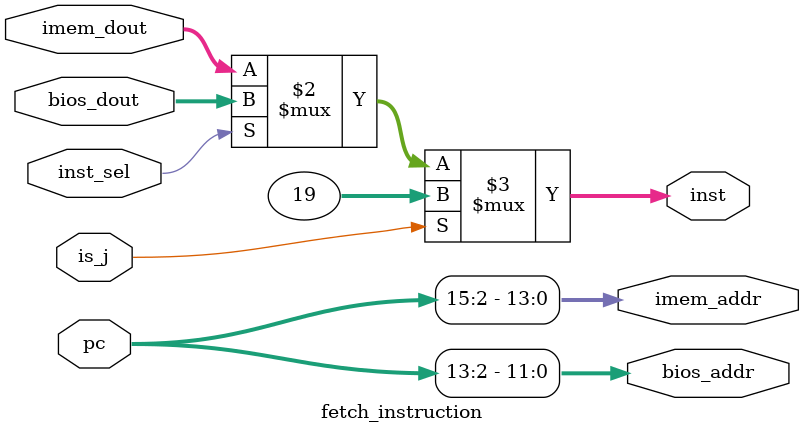
<source format=v>
module fetch_instruction(
    input [31:0] pc,
    input is_j,
    input inst_sel,
    input [31:0] bios_dout,
    input [31:0] imem_dout,
    output reg [11:0] bios_addr,
    output reg [13:0] imem_addr,
    output [31:0] inst
);
    // For every +4 to the PC, there should only be a +1 to IMEM indices.
    // IMEM/BIOS Read
    always @(*) begin
      bios_addr = pc[13:2]; // Set bios_addra
      imem_addr = pc[15:2]; // Set imem_addrb
    end

    // Inst Sel + Jump logic
    assign inst = (is_j) ? 32'h13 : ((inst_sel) ? bios_dout : imem_dout);
endmodule
</source>
